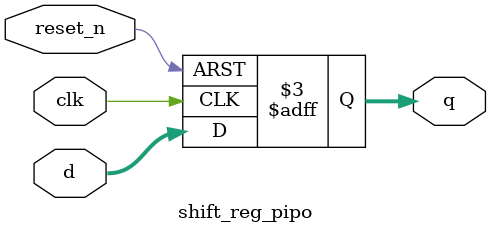
<source format=v>
module shift_reg_pipo(
    input [3:0] d,
    input clk,
    input reset_n,
    output reg [3:0] q
);

    // Async negative reset is used
    // the input data is the same as the output data
    // this can be used as a pipleine register

    always @(posedge clk or negedge reset_n) begin
        if(!reset_n)
            q <= 4'b0;
        else
            q[3:0]  <= d[3:0];
    end

endmodule
</source>
